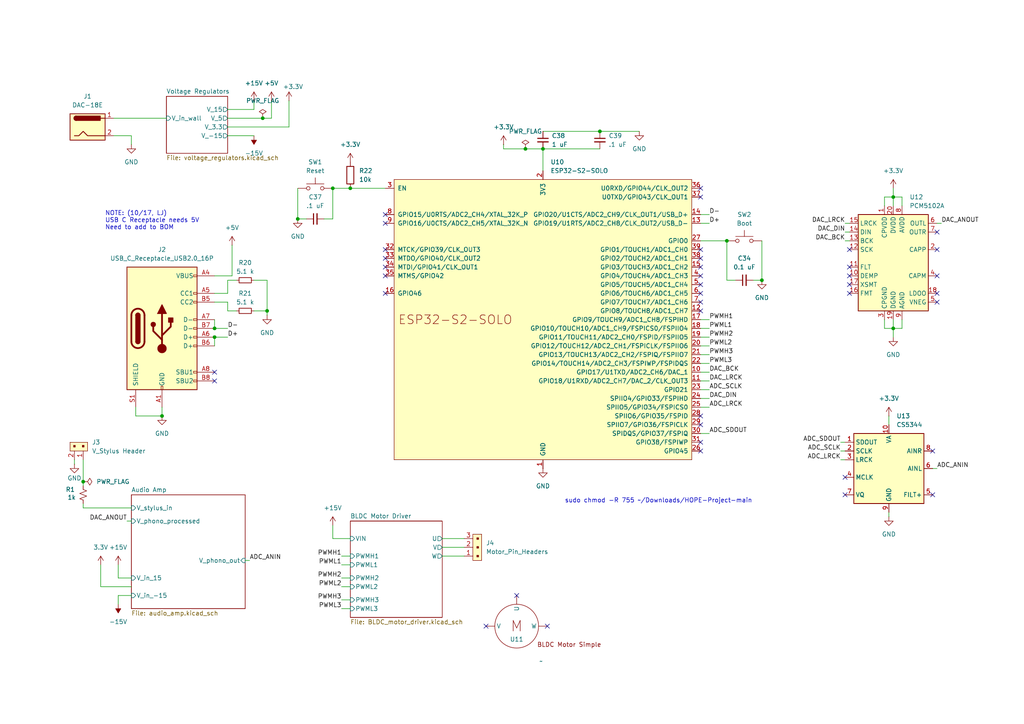
<source format=kicad_sch>
(kicad_sch (version 20231120) (generator "eeschema") (generator_version "8.0")
  (paper "A4")
  (lib_symbols
    (symbol "Audio:CS5344"
      (property "Reference" "U" (at -10.16 11.43 0))
      (property "Value" "CS5344" (at 6.35 11.43 0))
      (symbol "CS5344_0_1"
        (rectangle (start -10.16 10.16) (end 10.16 -10.16) (stroke (width 0.254)) (fill (type background)))
      )
      (symbol "CS5344_1_1"
        (pin output line (at -12.7 7.62 0) (length 2.54) (name "SDOUT") (number "1"))
        (pin power_in line (at 0 12.7 270) (length 2.54) (name "VA") (number "10"))
        (pin bidirectional line (at -12.7 5.08 0) (length 2.54) (name "SCLK") (number "2"))
        (pin bidirectional line (at -12.7 2.54 0) (length 2.54) (name "LRCK") (number "3"))
        (pin input line (at -12.7 -2.54 0) (length 2.54) (name "MCLK") (number "4"))
        (pin output line (at 12.7 -7.62 180) (length 2.54) (name "FILT+") (number "5"))
        (pin input line (at 12.7 0 180) (length 2.54) (name "AINL") (number "6"))
        (pin output line (at -12.7 -7.62 0) (length 2.54) (name "VQ") (number "7"))
        (pin input line (at 12.7 5.08 180) (length 2.54) (name "AINR") (number "8"))
        (pin power_in line (at 0 -12.7 90) (length 2.54) (name "GND") (number "9"))
      )
    )
    (symbol "Audio:PCM5102A"
      (property "Reference" "U" (at -10.16 13.97 0))
      (property "Value" "PCM5102A" (at 3.81 13.97 0))
      (symbol "PCM5102A_0_1"
        (rectangle (start -10.16 12.7) (end 10.16 -15.24) (stroke (width 0.254)) (fill (type background)))
      )
      (symbol "PCM5102A_1_1"
        (pin passive line (at -2.54 15.24 270) (length 2.54) (name "CPVDD") (number "1"))
        (pin input line (at -12.7 -5.08 0) (length 2.54) (name "DEMP") (number "10"))
        (pin input line (at -12.7 -2.54 0) (length 2.54) (name "FLT") (number "11"))
        (pin input line (at -12.7 2.54 0) (length 2.54) (name "SCK") (number "12"))
        (pin input line (at -12.7 5.08 0) (length 2.54) (name "BCK") (number "13"))
        (pin input line (at -12.7 7.62 0) (length 2.54) (name "DIN") (number "14"))
        (pin input line (at -12.7 10.16 0) (length 2.54) (name "LRCK") (number "15"))
        (pin input line (at -12.7 -10.16 0) (length 2.54) (name "FMT") (number "16"))
        (pin input line (at -12.7 -7.62 0) (length 2.54) (name "XSMT") (number "17"))
        (pin passive line (at 12.7 -10.16 180) (length 2.54) (name "LDOO") (number "18"))
        (pin power_in line (at 0 -17.78 90) (length 2.54) (name "DGND") (number "19"))
        (pin passive line (at 12.7 2.54 180) (length 2.54) (name "CAPP") (number "2"))
        (pin power_in line (at 0 15.24 270) (length 2.54) (name "DVDD") (number "20"))
        (pin power_in line (at -2.54 -17.78 90) (length 2.54) (name "CPGND") (number "3"))
        (pin passive line (at 12.7 -5.08 180) (length 2.54) (name "CAPM") (number "4"))
        (pin passive line (at 12.7 -12.7 180) (length 2.54) (name "VNEG") (number "5"))
        (pin output line (at 12.7 10.16 180) (length 2.54) (name "OUTL") (number "6"))
        (pin output line (at 12.7 7.62 180) (length 2.54) (name "OUTR") (number "7"))
        (pin power_in line (at 2.54 15.24 270) (length 2.54) (name "AVDD") (number "8"))
        (pin power_in line (at 2.54 -17.78 90) (length 2.54) (name "AGND") (number "9"))
      )
    )
    (symbol "Connector:USB_C_Receptacle_USB2.0_16P" (pin_names (offset 1.016))
      (property "Reference" "J" (at 0 22.225 0))
      (property "Value" "USB_C_Receptacle_USB2.0_16P" (at 0 19.685 0))
      (symbol "USB_C_Receptacle_USB2.0_16P_0_0"
        (rectangle (start -0.254 -17.78) (end 0.254 -16.764))
        (rectangle (start 10.16 -14.986) (end 9.144 -15.494))
        (rectangle (start 10.16 -12.446) (end 9.144 -12.954))
        (rectangle (start 10.16 -4.826) (end 9.144 -5.334))
        (rectangle (start 10.16 -2.286) (end 9.144 -2.794))
        (rectangle (start 10.16 0.254) (end 9.144 -0.254))
        (rectangle (start 10.16 2.794) (end 9.144 2.286))
        (rectangle (start 10.16 7.874) (end 9.144 7.366))
        (rectangle (start 10.16 10.414) (end 9.144 9.906))
        (rectangle (start 10.16 15.494) (end 9.144 14.986))
      )
      (symbol "USB_C_Receptacle_USB2.0_16P_0_1"
        (rectangle (start -10.16 17.78) (end 10.16 -17.78) (stroke (width 0.254)) (fill (type background)))
        (arc (start -8.89 -3.81) (mid -6.985 -5.7067) (end -5.08 -3.81) (stroke (width 0.508)))
        (arc (start -7.62 -3.81) (mid -6.985 -4.4423) (end -6.35 -3.81) (stroke (width 0.254)))
        (arc (start -7.62 -3.81) (mid -6.985 -4.4423) (end -6.35 -3.81) (stroke (width 0.254)) (fill (type outline)))
        (rectangle (start -7.62 -3.81) (end -6.35 3.81) (stroke (width 0.254)) (fill (type outline)))
        (arc (start -6.35 3.81) (mid -6.985 4.4423) (end -7.62 3.81) (stroke (width 0.254)))
        (arc (start -6.35 3.81) (mid -6.985 4.4423) (end -7.62 3.81) (stroke (width 0.254)) (fill (type outline)))
        (arc (start -5.08 3.81) (mid -6.985 5.7067) (end -8.89 3.81) (stroke (width 0.508)))
        (circle (center -2.54 1.143) (radius 0.635) (stroke (width 0.254)) (fill (type outline)))
        (circle (center 0 -5.842) (radius 1.27) (fill (type outline)))
        (polyline (pts (xy -8.89 -3.81) (xy -8.89 3.81)) (stroke (width 0.508)))
        (polyline (pts (xy -5.08 3.81) (xy -5.08 -3.81)) (stroke (width 0.508)))
        (polyline (pts (xy 0 -5.842) (xy 0 4.318)) (stroke (width 0.508)))
        (polyline (pts (xy 0 -3.302) (xy -2.54 -0.762) (xy -2.54 0.508)) (stroke (width 0.508)))
        (polyline (pts (xy 0 -2.032) (xy 2.54 0.508) (xy 2.54 1.778)) (stroke (width 0.508)))
        (polyline (pts (xy -1.27 4.318) (xy 0 6.858) (xy 1.27 4.318) (xy -1.27 4.318)) (stroke (width 0.254)) (fill (type outline)))
        (rectangle (start 1.905 1.778) (end 3.175 3.048) (stroke (width 0.254)) (fill (type outline)))
      )
      (symbol "USB_C_Receptacle_USB2.0_16P_1_1"
        (pin passive line (at 0 -22.86 90) (length 5.08) (name "GND") (number "A1"))
        (pin passive line (at 0 -22.86 90) (length 5.08) hide (name "GND") (number "A12"))
        (pin passive line (at 15.24 15.24 180) (length 5.08) (name "VBUS") (number "A4"))
        (pin bidirectional line (at 15.24 10.16 180) (length 5.08) (name "CC1") (number "A5"))
        (pin bidirectional line (at 15.24 -2.54 180) (length 5.08) (name "D+") (number "A6"))
        (pin bidirectional line (at 15.24 2.54 180) (length 5.08) (name "D-") (number "A7"))
        (pin bidirectional line (at 15.24 -12.7 180) (length 5.08) (name "SBU1") (number "A8"))
        (pin passive line (at 15.24 15.24 180) (length 5.08) hide (name "VBUS") (number "A9"))
        (pin passive line (at 0 -22.86 90) (length 5.08) hide (name "GND") (number "B1"))
        (pin passive line (at 0 -22.86 90) (length 5.08) hide (name "GND") (number "B12"))
        (pin passive line (at 15.24 15.24 180) (length 5.08) hide (name "VBUS") (number "B4"))
        (pin bidirectional line (at 15.24 7.62 180) (length 5.08) (name "CC2") (number "B5"))
        (pin bidirectional line (at 15.24 -5.08 180) (length 5.08) (name "D+") (number "B6"))
        (pin bidirectional line (at 15.24 0 180) (length 5.08) (name "D-") (number "B7"))
        (pin bidirectional line (at 15.24 -15.24 180) (length 5.08) (name "SBU2") (number "B8"))
        (pin passive line (at 15.24 15.24 180) (length 5.08) hide (name "VBUS") (number "B9"))
        (pin passive line (at -7.62 -22.86 90) (length 5.08) (name "SHIELD") (number "S1"))
      )
    )
    (symbol "Device:C_Small" (pin_numbers hide) (pin_names (offset 0.254) hide)
      (property "Reference" "C" (at 0.254 1.778 0))
      (property "Value" "C_Small" (at 0.254 -2.032 0))
      (symbol "C_Small_0_1"
        (polyline (pts (xy -1.524 -0.508) (xy 1.524 -0.508)) (stroke (width 0.3302)))
        (polyline (pts (xy -1.524 0.508) (xy 1.524 0.508)) (stroke (width 0.3048)))
      )
      (symbol "C_Small_1_1"
        (pin passive line (at 0 2.54 270) (length 2.032) (name "~") (number "1"))
        (pin passive line (at 0 -2.54 90) (length 2.032) (name "~") (number "2"))
      )
    )
    (symbol "Device:R" (pin_numbers hide) (pin_names (offset 0))
      (property "Reference" "R" (at 2.032 0 90))
      (property "Value" "R" (at 0 0 90))
      (symbol "R_0_1"
        (rectangle (start -1.016 -2.54) (end 1.016 2.54) (stroke (width 0.254)))
      )
      (symbol "R_1_1"
        (pin passive line (at 0 3.81 270) (length 1.27) (name "~") (number "1"))
        (pin passive line (at 0 -3.81 90) (length 1.27) (name "~") (number "2"))
      )
    )
    (symbol "Device:R_Small" (pin_numbers hide) (pin_names (offset 0.254) hide)
      (property "Reference" "R" (at 0.762 0.508 0))
      (property "Value" "R_Small" (at 0.762 -1.016 0))
      (symbol "R_Small_0_1"
        (rectangle (start -0.762 1.778) (end 0.762 -1.778) (stroke (width 0.2032)))
      )
      (symbol "R_Small_1_1"
        (pin passive line (at 0 2.54 270) (length 0.762) (name "~") (number "1"))
        (pin passive line (at 0 -2.54 90) (length 0.762) (name "~") (number "2"))
      )
    )
    (symbol "Device:R_Small_US" (pin_numbers hide) (pin_names (offset 0.254) hide)
      (property "Reference" "R" (at 0.762 0.508 0))
      (property "Value" "R_Small_US" (at 0.762 -1.016 0))
      (symbol "R_Small_US_1_1"
        (polyline (pts (xy 0 0) (xy 1.016 -0.381) (xy 0 -0.762) (xy -1.016 -1.143) (xy 0 -1.524)))
        (polyline (pts (xy 0 1.524) (xy 1.016 1.143) (xy 0 0.762) (xy -1.016 0.381) (xy 0 0)))
        (pin passive line (at 0 2.54 270) (length 1.016) (name "~") (number "1"))
        (pin passive line (at 0 -2.54 90) (length 1.016) (name "~") (number "2"))
      )
    )
    (symbol "PCM_Espressif:ESP32-S2-SOLO" (pin_names (offset 1.016))
      (property "Reference" "U" (at -43.18 45.72 0))
      (property "Value" "ESP32-S2-SOLO" (at -43.18 43.18 0))
      (symbol "ESP32-S2-SOLO_0_1"
        (rectangle (start -43.18 40.64) (end 43.18 -40.64) (fill (type background)))
      )
      (symbol "ESP32-S2-SOLO_1_1"
        (text "ESP32-S2-SOLO" (at -25.4 0 0) (effects (font (size 2.54 2.54))))
        (pin power_in line (at 0 -43.18 90) (length 2.54) (name "GND") (number "1"))
        (pin bidirectional line (at 45.72 -15.24 180) (length 2.54) (name "GPIO17/U1TXD/ADC2_CH6/DAC_1") (number "10"))
        (pin bidirectional line (at 45.72 -17.78 180) (length 2.54) (name "GPIO18/U1RXD/ADC2_CH7/DAC_2/CLK_OUT3") (number "11"))
        (pin bidirectional line (at 45.72 2.54 180) (length 2.54) (name "GPIO8/TOUCH8/ADC1_CH7") (number "12"))
        (pin bidirectional line (at 45.72 27.94 180) (length 2.54) (name "GPIO19/U1RTS/ADC2_CH8/CLK_OUT2/USB_D-") (number "13"))
        (pin bidirectional line (at 45.72 30.48 180) (length 2.54) (name "GPIO20/U1CTS/ADC2_CH9/CLK_OUT1/USB_D+") (number "14"))
        (pin bidirectional line (at 45.72 15.24 180) (length 2.54) (name "GPIO3/TOUCH3/ADC1_CH2") (number "15"))
        (pin input line (at -45.72 7.62 0) (length 2.54) (name "GPIO46") (number "16"))
        (pin bidirectional line (at 45.72 0 180) (length 2.54) (name "GPIO9/TOUCH9/ADC1_CH8/FSPIHD") (number "17"))
        (pin bidirectional line (at 45.72 -2.54 180) (length 2.54) (name "GPIO10/TOUCH10/ADC1_CH9/FSPICS0/FSPIIO4") (number "18"))
        (pin bidirectional line (at 45.72 -5.08 180) (length 2.54) (name "GPIO11/TOUCH11/ADC2_CH0/FSPID/FSPIIO5") (number "19"))
        (pin power_in line (at 0 43.18 270) (length 2.54) (name "3V3") (number "2"))
        (pin bidirectional line (at 45.72 -7.62 180) (length 2.54) (name "GPIO12/TOUCH12/ADC2_CH1/FSPICLK/FSPIIO6") (number "20"))
        (pin bidirectional line (at 45.72 -10.16 180) (length 2.54) (name "GPIO13/TOUCH13/ADC2_CH2/FSPIQ/FSPIIO7") (number "21"))
        (pin bidirectional line (at 45.72 -12.7 180) (length 2.54) (name "GPIO14/TOUCH14/ADC2_CH3/FSPIWP/FSPIDQS") (number "22"))
        (pin bidirectional line (at 45.72 -20.32 180) (length 2.54) (name "GPIO21") (number "23"))
        (pin bidirectional line (at 45.72 -22.86 180) (length 2.54) (name "SPIIO4/GPIO33/FSPIHD") (number "24"))
        (pin bidirectional line (at 45.72 -25.4 180) (length 2.54) (name "SPIIO5/GPIO34/FSPICS0") (number "25"))
        (pin bidirectional line (at 45.72 -38.1 180) (length 2.54) (name "GPIO45") (number "26"))
        (pin bidirectional line (at 45.72 22.86 180) (length 2.54) (name "GPIO0") (number "27"))
        (pin bidirectional line (at 45.72 -27.94 180) (length 2.54) (name "SPIIO6/GPIO35/FSPID") (number "28"))
        (pin bidirectional line (at 45.72 -30.48 180) (length 2.54) (name "SPIIO7/GPIO36/FSPICLK") (number "29"))
        (pin bidirectional line (at -45.72 38.1 0) (length 2.54) (name "EN") (number "3"))
        (pin bidirectional line (at 45.72 -33.02 180) (length 2.54) (name "SPIDQS/GPIO37/FSPIQ") (number "30"))
        (pin bidirectional line (at 45.72 -35.56 180) (length 2.54) (name "GPIO38/FSPIWP") (number "31"))
        (pin bidirectional line (at -45.72 20.32 0) (length 2.54) (name "MTCK/GPIO39/CLK_OUT3") (number "32"))
        (pin bidirectional line (at -45.72 17.78 0) (length 2.54) (name "MTDO/GPIO40/CLK_OUT2") (number "33"))
        (pin bidirectional line (at -45.72 15.24 0) (length 2.54) (name "MTDI/GPIO41/CLK_OUT1") (number "34"))
        (pin bidirectional line (at -45.72 12.7 0) (length 2.54) (name "MTMS/GPIO42") (number "35"))
        (pin bidirectional line (at 45.72 38.1 180) (length 2.54) (name "U0RXD/GPIO44/CLK_OUT2") (number "36"))
        (pin bidirectional line (at 45.72 35.56 180) (length 2.54) (name "U0TXD/GPIO43/CLK_OUT1") (number "37"))
        (pin bidirectional line (at 45.72 17.78 180) (length 2.54) (name "GPIO2/TOUCH2/ADC1_CH1") (number "38"))
        (pin bidirectional line (at 45.72 20.32 180) (length 2.54) (name "GPIO1/TOUCH1/ADC1_CH0") (number "39"))
        (pin bidirectional line (at 45.72 12.7 180) (length 2.54) (name "GPIO4/TOUCH4/ADC1_CH3") (number "4"))
        (pin passive line (at 0 -43.18 90) (length 2.54) hide (name "GND") (number "40"))
        (pin passive line (at 0 -43.18 90) (length 2.54) hide (name "GND") (number "41"))
        (pin bidirectional line (at 45.72 10.16 180) (length 2.54) (name "GPIO5/TOUCH5/ADC1_CH4") (number "5"))
        (pin bidirectional line (at 45.72 7.62 180) (length 2.54) (name "GPIO6/TOUCH6/ADC1_CH5") (number "6"))
        (pin bidirectional line (at 45.72 5.08 180) (length 2.54) (name "GPIO7/TOUCH7/ADC1_CH6") (number "7"))
        (pin bidirectional line (at -45.72 30.48 0) (length 2.54) (name "GPIO15/U0RTS/ADC2_CH4/XTAL_32K_P") (number "8"))
        (pin bidirectional line (at -45.72 27.94 0) (length 2.54) (name "GPIO16/U0CTS/ADC2_CH5/XTAL_32K_N") (number "9"))
      )
    )
    (symbol "Switch:SW_MEC_5G" (pin_numbers hide) (pin_names (offset 1.016) hide)
      (property "Reference" "SW" (at 1.27 2.54 0))
      (property "Value" "SW_MEC_5G" (at 0 -1.524 0))
      (symbol "SW_MEC_5G_0_1"
        (circle (center -2.032 0) (radius 0.508))
        (polyline (pts (xy 0 1.27) (xy 0 3.048)))
        (polyline (pts (xy 2.54 1.27) (xy -2.54 1.27)))
        (circle (center 2.032 0) (radius 0.508))
        (pin passive line (at -5.08 0 0) (length 2.54) (name "A") (number "1"))
        (pin passive line (at 5.08 0 180) (length 2.54) (name "B") (number "3"))
      )
      (symbol "SW_MEC_5G_1_1"
        (pin passive line (at -5.08 0 0) (length 2.54) hide (name "A") (number "2"))
        (pin passive line (at 5.08 0 180) (length 2.54) hide (name "B") (number "4"))
      )
    )
    (symbol "custom_symbols:BLDC_MOTOR_SIMPLE"
      (property "Reference" "U" (at 0 -3.302 0))
      (symbol "BLDC_MOTOR_SIMPLE_0_1"
        (circle (center 0 0) (radius 6.35))
      )
      (symbol "BLDC_MOTOR_SIMPLE_1_1"
        (text "BLDC Motor Simple\n" (at 15.24 -5.334 0) (effects (font (size 1.27 1.27))))
        (text "M" (at 0 0 0) (effects (font (size 3.048 3.048))))
        (pin input line (at 0 8.89 270) (length 2.54) (name "U") (number ""))
        (pin input line (at -8.89 0 0) (length 2.54) (name "V") (number ""))
        (pin input line (at 8.89 0 180) (length 2.54) (name "W") (number ""))
      )
    )
    (symbol "custom_symbols:jmills_Barrel_Jack" (pin_names (offset 1.016))
      (property "Reference" "J" (at 0 5.334 0))
      (property "Value" "Barrel_Jack" (at 0 -5.08 0))
      (symbol "jmills_Barrel_Jack_0_1"
        (rectangle (start -5.08 3.81) (end 5.08 -3.81) (stroke (width 0.254)) (fill (type background)))
        (arc (start -3.302 3.175) (mid -3.9343 2.54) (end -3.302 1.905) (stroke (width 0.254)))
        (arc (start -3.302 3.175) (mid -3.9343 2.54) (end -3.302 1.905) (stroke (width 0.254)) (fill (type outline)))
        (polyline (pts (xy 5.08 2.54) (xy 3.81 2.54)) (stroke (width 0.254)))
        (polyline (pts (xy -3.81 -2.54) (xy -2.54 -2.54) (xy -1.27 -1.27) (xy 0 -2.54) (xy 2.54 -2.54) (xy 5.08 -2.54)) (stroke (width 0.254)))
        (rectangle (start 3.683 3.175) (end -3.302 1.905) (stroke (width 0.254)) (fill (type outline)))
      )
      (symbol "jmills_Barrel_Jack_1_1"
        (pin power_out line (at 7.62 2.54 180) (length 2.54) (name "~") (number "1"))
        (pin power_out line (at 7.62 -2.54 180) (length 2.54) (name "~") (number "2"))
      )
    )
    (symbol "dk_Rectangular-Connectors-Headers-Male-Pins:22-23-2021" (pin_names (offset 1.016))
      (property "Reference" "J" (at -2.54 1.27 0))
      (property "Value" "22-23-2021" (at 1.27 -3.81 0))
      (symbol "22-23-2021_1_1"
        (rectangle (start -1.27 0) (end 3.81 -2.54) (fill (type background)))
        (rectangle (start -0.254 -1.143) (end 0.254 -1.651) (fill (type outline)))
        (rectangle (start 2.286 -1.143) (end 2.794 -1.651) (fill (type outline)))
        (pin passive line (at 0 2.54 270) (length 2.54) (name "~") (number "1"))
        (pin passive line (at 2.54 2.54 270) (length 2.54) (name "~") (number "2"))
      )
    )
    (symbol "dk_Rectangular-Connectors-Headers-Male-Pins:640456-3" (pin_names (offset 1.016))
      (property "Reference" "J" (at -2.54 1.27 0))
      (property "Value" "640456-3" (at 2.54 -3.81 0))
      (symbol "640456-3_1_1"
        (rectangle (start -1.27 0) (end 6.35 -2.54) (fill (type background)))
        (rectangle (start -0.254 -1.143) (end 0.254 -1.651) (fill (type outline)))
        (rectangle (start 2.286 -1.143) (end 2.794 -1.651) (fill (type outline)))
        (rectangle (start 4.826 -1.143) (end 5.334 -1.651) (fill (type outline)))
        (pin passive line (at 0 2.54 270) (length 2.54) (name "~") (number "1"))
        (pin passive line (at 2.54 2.54 270) (length 2.54) (name "~") (number "2"))
        (pin passive line (at 5.08 2.54 270) (length 2.54) (name "~") (number "3"))
      )
    )
    (symbol "power:+15V" (power) (pin_numbers hide) (pin_names (offset 0) hide)
      (property "Value" "+15V" (at 0 3.556 0))
      (symbol "+15V_0_1"
        (polyline (pts (xy -0.762 1.27) (xy 0 2.54)))
        (polyline (pts (xy 0 0) (xy 0 2.54)))
        (polyline (pts (xy 0 2.54) (xy 0.762 1.27)))
      )
      (symbol "+15V_1_1"
        (pin power_in line (at 0 0 90) (length 0) (name "~") (number "1"))
      )
    )
    (symbol "power:+3.3V" (power) (pin_numbers hide) (pin_names (offset 0) hide)
      (property "Value" "+3.3V" (at 0 3.556 0))
      (symbol "+3.3V_0_1"
        (polyline (pts (xy -0.762 1.27) (xy 0 2.54)))
        (polyline (pts (xy 0 0) (xy 0 2.54)))
        (polyline (pts (xy 0 2.54) (xy 0.762 1.27)))
      )
      (symbol "+3.3V_1_1"
        (pin power_in line (at 0 0 90) (length 0) (name "~") (number "1"))
      )
    )
    (symbol "power:+5V" (power) (pin_numbers hide) (pin_names (offset 0) hide)
      (property "Value" "+5V" (at 0 3.556 0))
      (symbol "+5V_0_1"
        (polyline (pts (xy -0.762 1.27) (xy 0 2.54)))
        (polyline (pts (xy 0 0) (xy 0 2.54)))
        (polyline (pts (xy 0 2.54) (xy 0.762 1.27)))
      )
      (symbol "+5V_1_1"
        (pin power_in line (at 0 0 90) (length 0) (name "~") (number "1"))
      )
    )
    (symbol "power:-15V" (power) (pin_numbers hide) (pin_names (offset 0) hide)
      (property "Value" "-15V" (at 0 3.556 0))
      (symbol "-15V_0_0"
        (pin power_in line (at 0 0 90) (length 0) (name "~") (number "1"))
      )
      (symbol "-15V_0_1"
        (polyline (pts (xy 0 0) (xy 0 1.27) (xy 0.762 1.27) (xy 0 2.54) (xy -0.762 1.27) (xy 0 1.27)) (fill (type outline)))
      )
    )
    (symbol "power:GND" (power) (pin_numbers hide) (pin_names (offset 0) hide)
      (property "Value" "GND" (at 0 -3.81 0))
      (symbol "GND_0_1"
        (polyline (pts (xy 0 0) (xy 0 -1.27) (xy 1.27 -1.27) (xy 0 -2.54) (xy -1.27 -1.27) (xy 0 -1.27)))
      )
      (symbol "GND_1_1"
        (pin power_in line (at 0 0 270) (length 0) (name "~") (number "1"))
      )
    )
    (symbol "power:PWR_FLAG" (power) (pin_numbers hide) (pin_names (offset 0) hide)
      (property "Value" "PWR_FLAG" (at 0 3.81 0))
      (symbol "PWR_FLAG_0_0"
        (pin power_out line (at 0 0 90) (length 0) (name "~") (number "1"))
      )
      (symbol "PWR_FLAG_0_1"
        (polyline (pts (xy 0 0) (xy 0 1.27) (xy -1.016 1.905) (xy 0 2.54) (xy 1.016 1.905) (xy 0 1.27)))
      )
    )
  )
  (junction (at 101.6 54.61))
  (junction (at 220.98 81.28))
  (junction (at 173.99 38.1))
  (junction (at 96.52 54.61))
  (junction (at 259.08 95.25))
  (junction (at 76.2 34.29))
  (junction (at 46.99 120.65))
  (junction (at 62.23 95.25))
  (junction (at 259.08 57.15))
  (junction (at 77.47 90.17))
  (junction (at 152.4 43.18))
  (junction (at 210.82 69.85))
  (junction (at 62.23 97.79))
  (junction (at 24.13 139.7))
  (junction (at 157.48 43.18))
  (junction (at 86.36 63.5))
  (no_connect (at 203.2 80.01))
  (no_connect (at 246.38 82.55))
  (no_connect (at 158.75 181.61))
  (no_connect (at 203.2 85.09))
  (no_connect (at 149.86 172.72))
  (no_connect (at 271.78 85.09))
  (no_connect (at 62.23 107.95))
  (no_connect (at 111.76 80.01))
  (no_connect (at 111.76 77.47))
  (no_connect (at 203.2 120.65))
  (no_connect (at 271.78 87.63))
  (no_connect (at 245.11 138.43))
  (no_connect (at 111.76 64.77))
  (no_connect (at 271.78 80.01))
  (no_connect (at 111.76 74.93))
  (no_connect (at 203.2 54.61))
  (no_connect (at 246.38 77.47))
  (no_connect (at 246.38 85.09))
  (no_connect (at 246.38 72.39))
  (no_connect (at 271.78 67.31))
  (no_connect (at 203.2 90.17))
  (no_connect (at 203.2 57.15))
  (no_connect (at 203.2 77.47))
  (no_connect (at 203.2 87.63))
  (no_connect (at 245.11 143.51))
  (no_connect (at 111.76 72.39))
  (no_connect (at 203.2 74.93))
  (no_connect (at 203.2 123.19))
  (no_connect (at 203.2 72.39))
  (no_connect (at 111.76 85.09))
  (no_connect (at 270.51 143.51))
  (no_connect (at 203.2 130.81))
  (no_connect (at 62.23 110.49))
  (no_connect (at 203.2 128.27))
  (no_connect (at 111.76 62.23))
  (no_connect (at 203.2 82.55))
  (no_connect (at 270.51 130.81))
  (no_connect (at 140.97 181.61))
  (no_connect (at 271.78 72.39))
  (no_connect (at 246.38 80.01))
  (wire (pts (xy 33.02 34.29) (xy 48.26 34.29)))
  (wire (pts (xy 66.04 90.17) (xy 68.58 90.17)))
  (wire (pts (xy 257.81 120.65) (xy 257.81 123.19)))
  (wire (pts (xy 62.23 80.01) (xy 67.31 80.01)))
  (wire (pts (xy 66.04 85.09) (xy 66.04 81.28)))
  (wire (pts (xy 243.84 130.81) (xy 245.11 130.81)))
  (wire (pts (xy 66.04 39.37) (xy 73.66 39.37)))
  (wire (pts (xy 203.2 118.11) (xy 205.74 118.11)))
  (wire (pts (xy 259.08 57.15) (xy 261.62 57.15)))
  (wire (pts (xy 73.66 29.21) (xy 73.66 31.75)))
  (wire (pts (xy 62.23 97.79) (xy 66.04 97.79)))
  (wire (pts (xy 62.23 97.79) (xy 62.23 100.33)))
  (wire (pts (xy 271.78 64.77) (xy 273.05 64.77)))
  (wire (pts (xy 128.27 158.75) (xy 134.62 158.75)))
  (wire (pts (xy 203.2 62.23) (xy 205.74 62.23)))
  (wire (pts (xy 99.06 170.18) (xy 101.6 170.18)))
  (wire (pts (xy 203.2 64.77) (xy 205.74 64.77)))
  (wire (pts (xy 203.2 69.85) (xy 210.82 69.85)))
  (wire (pts (xy 243.84 133.35) (xy 245.11 133.35)))
  (wire (pts (xy 67.31 71.12) (xy 67.31 80.01)))
  (wire (pts (xy 39.37 118.11) (xy 39.37 120.65)))
  (wire (pts (xy 83.82 29.21) (xy 83.82 36.83)))
  (wire (pts (xy 99.06 161.29) (xy 101.6 161.29)))
  (wire (pts (xy 271.78 135.89) (xy 270.51 135.89)))
  (wire (pts (xy 62.23 87.63) (xy 66.04 87.63)))
  (wire (pts (xy 205.74 110.49) (xy 203.2 110.49)))
  (wire (pts (xy 157.48 43.18) (xy 173.99 43.18)))
  (wire (pts (xy 24.13 147.32) (xy 24.13 146.05)))
  (wire (pts (xy 93.98 63.5) (xy 96.52 63.5)))
  (wire (pts (xy 245.11 64.77) (xy 246.38 64.77)))
  (wire (pts (xy 261.62 57.15) (xy 261.62 59.69)))
  (wire (pts (xy 46.99 120.65) (xy 46.99 118.11)))
  (wire (pts (xy 213.36 81.28) (xy 210.82 81.28)))
  (wire (pts (xy 77.47 90.17) (xy 77.47 91.44)))
  (wire (pts (xy 99.06 167.64) (xy 101.6 167.64)))
  (wire (pts (xy 220.98 81.28) (xy 220.98 69.85)))
  (wire (pts (xy 38.1 39.37) (xy 38.1 41.91)))
  (wire (pts (xy 29.21 163.83) (xy 29.21 170.18)))
  (wire (pts (xy 173.99 38.1) (xy 185.42 38.1)))
  (wire (pts (xy 34.29 163.83) (xy 34.29 167.64)))
  (wire (pts (xy 62.23 95.25) (xy 66.04 95.25)))
  (wire (pts (xy 66.04 34.29) (xy 76.2 34.29)))
  (wire (pts (xy 76.2 34.29) (xy 78.74 34.29)))
  (wire (pts (xy 257.81 148.59) (xy 257.81 149.86)))
  (wire (pts (xy 24.13 133.35) (xy 24.13 139.7)))
  (wire (pts (xy 205.74 105.41) (xy 203.2 105.41)))
  (wire (pts (xy 38.1 172.72) (xy 34.29 172.72)))
  (wire (pts (xy 62.23 92.71) (xy 62.23 95.25)))
  (wire (pts (xy 73.66 81.28) (xy 77.47 81.28)))
  (wire (pts (xy 261.62 95.25) (xy 261.62 92.71)))
  (wire (pts (xy 38.1 167.64) (xy 34.29 167.64)))
  (wire (pts (xy 77.47 81.28) (xy 77.47 90.17)))
  (wire (pts (xy 152.4 43.18) (xy 157.48 43.18)))
  (wire (pts (xy 33.02 39.37) (xy 38.1 39.37)))
  (wire (pts (xy 205.74 107.95) (xy 203.2 107.95)))
  (wire (pts (xy 128.27 161.29) (xy 134.62 161.29)))
  (wire (pts (xy 77.47 90.17) (xy 73.66 90.17)))
  (wire (pts (xy 99.06 173.99) (xy 101.6 173.99)))
  (wire (pts (xy 256.54 95.25) (xy 259.08 95.25)))
  (wire (pts (xy 146.05 41.91) (xy 146.05 43.18)))
  (wire (pts (xy 259.08 95.25) (xy 259.08 92.71)))
  (wire (pts (xy 205.74 92.71) (xy 203.2 92.71)))
  (wire (pts (xy 205.74 100.33) (xy 203.2 100.33)))
  (wire (pts (xy 218.44 81.28) (xy 220.98 81.28)))
  (wire (pts (xy 99.06 176.53) (xy 101.6 176.53)))
  (wire (pts (xy 101.6 54.61) (xy 111.76 54.61)))
  (wire (pts (xy 259.08 57.15) (xy 259.08 59.69)))
  (wire (pts (xy 34.29 172.72) (xy 34.29 175.26)))
  (wire (pts (xy 66.04 31.75) (xy 73.66 31.75)))
  (wire (pts (xy 36.83 151.13) (xy 38.1 151.13)))
  (wire (pts (xy 256.54 92.71) (xy 256.54 95.25)))
  (wire (pts (xy 205.74 95.25) (xy 203.2 95.25)))
  (wire (pts (xy 86.36 63.5) (xy 88.9 63.5)))
  (wire (pts (xy 256.54 57.15) (xy 259.08 57.15)))
  (wire (pts (xy 259.08 95.25) (xy 259.08 97.79)))
  (wire (pts (xy 157.48 38.1) (xy 173.99 38.1)))
  (wire (pts (xy 259.08 95.25) (xy 261.62 95.25)))
  (wire (pts (xy 245.11 69.85) (xy 246.38 69.85)))
  (wire (pts (xy 259.08 54.61) (xy 259.08 57.15)))
  (wire (pts (xy 205.74 97.79) (xy 203.2 97.79)))
  (wire (pts (xy 66.04 87.63) (xy 66.04 90.17)))
  (wire (pts (xy 205.74 102.87) (xy 203.2 102.87)))
  (wire (pts (xy 86.36 54.61) (xy 86.36 63.5)))
  (wire (pts (xy 101.6 156.21) (xy 96.52 156.21)))
  (wire (pts (xy 96.52 63.5) (xy 96.52 54.61)))
  (wire (pts (xy 21.59 133.35) (xy 21.59 134.62)))
  (wire (pts (xy 72.39 162.56) (xy 71.12 162.56)))
  (wire (pts (xy 205.74 115.57) (xy 203.2 115.57)))
  (wire (pts (xy 205.74 125.73) (xy 203.2 125.73)))
  (wire (pts (xy 245.11 67.31) (xy 246.38 67.31)))
  (wire (pts (xy 96.52 54.61) (xy 101.6 54.61)))
  (wire (pts (xy 128.27 156.21) (xy 134.62 156.21)))
  (wire (pts (xy 39.37 120.65) (xy 46.99 120.65)))
  (wire (pts (xy 256.54 59.69) (xy 256.54 57.15)))
  (wire (pts (xy 99.06 163.83) (xy 101.6 163.83)))
  (wire (pts (xy 24.13 139.7) (xy 24.13 140.97)))
  (wire (pts (xy 66.04 81.28) (xy 68.58 81.28)))
  (wire (pts (xy 157.48 43.18) (xy 157.48 49.53)))
  (wire (pts (xy 66.04 36.83) (xy 83.82 36.83)))
  (wire (pts (xy 210.82 81.28) (xy 210.82 69.85)))
  (wire (pts (xy 24.13 147.32) (xy 38.1 147.32)))
  (wire (pts (xy 78.74 29.21) (xy 78.74 34.29)))
  (wire (pts (xy 146.05 43.18) (xy 152.4 43.18)))
  (wire (pts (xy 243.84 128.27) (xy 245.11 128.27)))
  (wire (pts (xy 62.23 85.09) (xy 66.04 85.09)))
  (wire (pts (xy 205.74 113.03) (xy 203.2 113.03)))
  (wire (pts (xy 38.1 170.18) (xy 29.21 170.18)))
  (wire (pts (xy 96.52 152.4) (xy 96.52 156.21)))
  (text "NOTE: (10/17, LJ)\nUSB C Receptacle needs 5V\nNeed to add to BOM\n" (at 30.48 64.008 0) (effects (font (size 1.27 1.27)) (justify left)))
  (text "sudo chmod -R 755 ~/Downloads/HOPE-Project-main" (at 191.008 145.288 0) (effects (font (size 1.27 1.27))))
  (label "DAC_BCK" (at 205.74 107.95 0))
  (label "PWML3" (at 99.06 176.53 180))
  (label "D+" (at 205.74 64.77 0))
  (label "ADC_ANIN" (at 72.39 162.56 0))
  (label "PWMH1" (at 205.74 92.71 0))
  (label "DAC_DIN" (at 205.74 115.57 0))
  (label "ADC_SDOUT" (at 205.74 125.73 0))
  (label "PWML1" (at 99.06 163.83 180))
  (label "PWMH2" (at 205.74 97.79 0))
  (label "DAC_DIN" (at 245.11 67.31 180))
  (label "ADC_SCLK" (at 205.74 113.03 0))
  (label "DAC_LRCK" (at 205.74 110.49 0))
  (label "PWMH2" (at 99.06 167.64 180))
  (label "PWMH1" (at 99.06 161.29 180))
  (label "PWML2" (at 99.06 170.18 180))
  (label "ADC_LRCK" (at 205.74 118.11 0))
  (label "PWML3" (at 205.74 105.41 0))
  (label "PWMH3" (at 99.06 173.99 180))
  (label "ADC_ANIN" (at 271.78 135.89 0))
  (label "PWML2" (at 205.74 100.33 0))
  (label "DAC_BCK" (at 245.11 69.85 180))
  (label "PWML1" (at 205.74 95.25 0))
  (label "PWMH3" (at 205.74 102.87 0))
  (label "DAC_ANOUT" (at 36.83 151.13 180))
  (label "D+" (at 66.04 97.79 0))
  (label "ADC_SCLK" (at 243.84 130.81 180))
  (label "DAC_ANOUT" (at 273.05 64.77 0))
  (label "DAC_LRCK" (at 245.11 64.77 180))
  (label "D-" (at 66.04 95.25 0))
  (label "D-" (at 205.74 62.23 0))
  (label "ADC_LRCK" (at 243.84 133.35 180))
  (label "ADC_SDOUT" (at 243.84 128.27 180))
  (symbol (lib_id "power:+3.3V") (at 101.6 46.99 0) (unit 1)
    (property "Reference" "#PWR023" (effects (hide yes)))
    (property "Value" "+3.3V" (at 101.6 41.91 0))
    (property "Description" "Power symbol creates a global label with name \"+3.3V\"" (effects (hide yes)))
  )
  (symbol (lib_id "power:GND") (at 220.98 81.28 0) (unit 1)
    (property "Reference" "#PWR021" (effects (hide yes)))
    (property "Value" "GND" (at 220.98 86.36 0))
    (property "Description" "Power symbol creates a global label with name \"GND\" , ground" (effects (hide yes)))
  )
  (symbol (lib_id "Switch:SW_MEC_5G") (at 215.9 69.85 0) (unit 1)
    (property "Reference" "SW2" (at 215.9 62.23 0))
    (property "Value" "Boot" (at 215.9 64.77 0))
    (property "Footprint" "Button_Switch_THT:SW_PUSH-12mm" (effects (hide yes)))
    (property "Datasheet" "http://www.apem.com/int/index.php?controller=attachment&id_attachment=488" (effects (hide yes)))
    (property "Description" "MEC 5G single pole normally-open tactile switch" (effects (hide yes)))
  )
  (symbol (lib_id "power:-15V") (at 73.66 39.37 180) (unit 1)
    (property "Reference" "#PWR03" (effects (hide yes)))
    (property "Value" "-15V" (at 73.66 44.45 0))
    (property "Description" "Power symbol creates a global label with name \"-15V\"" (effects (hide yes)))
  )
  (symbol (lib_id "power:PWR_FLAG") (at 24.13 139.7 270) (unit 1)
    (property "Reference" "#FLG01" (effects (hide yes)))
    (property "Value" "PWR_FLAG" (at 27.94 139.6999 90) (effects (justify left)))
    (property "Description" "Special symbol for telling ERC where power comes from" (effects (hide yes)))
  )
  (symbol (lib_id "power:GND") (at 157.48 135.89 0) (unit 1)
    (property "Reference" "#PWR018" (effects (hide yes)))
    (property "Value" "GND" (at 157.48 140.97 0))
    (property "Description" "Power symbol creates a global label with name \"GND\" , ground" (effects (hide yes)))
  )
  (symbol (lib_id "PCM_Espressif:ESP32-S2-SOLO") (at 157.48 92.71 0) (unit 1)
    (property "Reference" "U10" (at 159.6741 46.99 0) (effects (justify left)))
    (property "Value" "ESP32-S2-SOLO" (at 159.6741 49.53 0) (effects (justify left)))
    (property "Footprint" "Custom_Footprints:ESP32-S2-SOLO-2U_EXP" (effects (hide yes)))
    (property "Datasheet" "https://www.espressif.com/sites/default/files/documentation/esp32-s2-solo_esp32-s2-solo-u_datasheet_en.pdf" (effects (hide yes)))
    (property "Description" "ESP32-S2-SOLO and ESP32-S2-SOLO-U are two powerful, generic Wi-Fi MCU modules that have a rich set of peripherals." (effects (hide yes)))
  )
  (symbol (lib_id "Device:C_Small") (at 157.48 40.64 0) (unit 1)
    (property "Reference" "C38" (at 160.02 39.3762 0) (effects (justify left)))
    (property "Value" "1 uF" (at 160.02 41.9162 0) (effects (justify left)))
    (property "Footprint" "Capacitor_SMD:C_0805_2012Metric" (effects (hide yes)))
    (property "Description" "Unpolarized capacitor, small symbol" (effects (hide yes)))
  )
  (symbol (lib_id "Switch:SW_MEC_5G") (at 91.44 54.61 0) (unit 1)
    (property "Reference" "SW1" (at 91.44 46.99 0))
    (property "Value" "Reset" (at 91.44 49.53 0))
    (property "Footprint" "Button_Switch_THT:SW_PUSH-12mm" (effects (hide yes)))
    (property "Datasheet" "http://www.apem.com/int/index.php?controller=attachment&id_attachment=488" (effects (hide yes)))
    (property "Description" "MEC 5G single pole normally-open tactile switch" (effects (hide yes)))
  )
  (symbol (lib_id "custom_symbols:jmills_Barrel_Jack") (at 25.4 36.83 0) (unit 1)
    (property "Reference" "J1" (at 25.4 27.94 0))
    (property "Value" "DAC-18E" (at 25.4 30.48 0))
    (property "Footprint" "Custom_Footprints:PJ_002B" (effects (hide yes)))
    (property "Description" "AC Barrel Jack" (effects (hide yes)))
  )
  (symbol (lib_id "power:GND") (at 21.59 134.62 0) (unit 1)
    (property "Reference" "#PWR09" (effects (hide yes)))
    (property "Value" "GND" (at 21.59 138.684 0))
    (property "Description" "Power symbol creates a global label with name \"GND\" , ground" (effects (hide yes)))
  )
  (symbol (lib_id "power:+15V") (at 29.21 163.83 0) (unit 1)
    (property "Reference" "#PWR015" (effects (hide yes)))
    (property "Value" "3.3V" (at 29.21 158.75 0))
    (property "Description" "Power symbol creates a global label with name \"+15V\"" (effects (hide yes)))
  )
  (symbol (lib_id "power:-15V") (at 34.29 175.26 180) (unit 1)
    (property "Reference" "#PWR06" (effects (hide yes)))
    (property "Value" "-15V" (at 34.29 180.34 0))
    (property "Description" "Power symbol creates a global label with name \"-15V\"" (effects (hide yes)))
  )
  (symbol (lib_id "power:+15V") (at 73.66 29.21 0) (unit 1)
    (property "Reference" "#PWR02" (effects (hide yes)))
    (property "Value" "+15V" (at 73.66 24.13 0))
    (property "Description" "Power symbol creates a global label with name \"+15V\"" (effects (hide yes)))
  )
  (symbol (lib_id "power:+15V") (at 78.74 29.21 0) (unit 1)
    (property "Reference" "#PWR08" (effects (hide yes)))
    (property "Value" "+5V" (at 78.74 24.13 0))
    (property "Description" "Power symbol creates a global label with name \"5V\"" (effects (hide yes)))
  )
  (symbol (lib_id "Audio:CS5344") (at 257.81 135.89 0) (unit 1)
    (property "Reference" "U13" (at 260.0041 120.65 0) (effects (justify left)))
    (property "Value" "CS5344" (at 260.0041 123.19 0) (effects (justify left)))
    (property "Footprint" "Package_SO:TSSOP-10_3x3mm_P0.5mm" (effects (hide yes)))
    (property "Datasheet" "https://statics.cirrus.com/pubs/proDatasheet/CS5343-44_F5.pdf" (effects (hide yes)))
    (property "Description" "98 dB, 96 kHz, 24bit Stereo Audio A/D Converter, Left-Justified Audio Format, TSSOP-10" (effects (hide yes)))
  )
  (symbol (lib_id "power:GND") (at 259.08 97.79 0) (unit 1)
    (property "Reference" "#PWR049" (effects (hide yes)))
    (property "Value" "GND" (at 259.08 102.87 0))
    (property "Description" "Power symbol creates a global label with name \"GND\" , ground" (effects (hide yes)))
  )
  (symbol (lib_id "power:GND") (at 77.47 91.44 0) (unit 1)
    (property "Reference" "#PWR048" (effects (hide yes)))
    (property "Value" "GND" (at 77.47 96.52 0))
    (property "Description" "Power symbol creates a global label with name \"GND\" , ground" (effects (hide yes)))
  )
  (symbol (lib_id "custom_symbols:BLDC_MOTOR_SIMPLE") (at 149.86 181.61 0) (unit 1)
    (property "Reference" "U11" (at 149.86 185.42 0))
    (property "Value" "~" (at 156.9398 191.77 0))
  )
  (symbol (lib_id "Device:C_Small") (at 91.44 63.5 90) (unit 1)
    (property "Reference" "C37" (at 91.4463 57.15 90))
    (property "Value" ".1 uF" (at 91.4463 59.69 90))
    (property "Footprint" "Capacitor_SMD:C_0805_2012Metric" (effects (hide yes)))
    (property "Description" "Unpolarized capacitor, small symbol" (effects (hide yes)))
  )
  (symbol (lib_id "dk_Rectangular-Connectors-Headers-Male-Pins:640456-3") (at 137.16 161.29 90) (unit 1)
    (property "Reference" "J4" (at 140.97 157.4799 90) (effects (justify right)))
    (property "Value" "Motor_Pin_Headers" (at 140.97 160.0199 90) (effects (justify right)))
    (property "Footprint" "digikey-footprints:PinHeader_1x3_P2.54_Drill1.1mm" (effects (hide yes)))
    (property "Datasheet" "https://www.te.com/commerce/DocumentDelivery/DDEController?Action=srchrtrv&DocNm=640456&DocType=Customer+Drawing&DocLang=English" (effects (hide yes)))
    (property "Description" "CONN HEADER VERT 3POS 2.54MM" (effects (hide yes)))
    (property "Digi-Key_PN" "A19470-ND" (effects (hide yes)))
    (property "MPN" "640456-3" (effects (hide yes)))
    (property "Category" "Connectors, Interconnects" (effects (hide yes)))
    (property "Family" "Rectangular Connectors - Headers, Male Pins" (effects (hide yes)))
    (property "DK_Datasheet_Link" "https://www.te.com/commerce/DocumentDelivery/DDEController?Action=srchrtrv&DocNm=640456&DocType=Customer+Drawing&DocLang=English" (effects (hide yes)))
    (property "DK_Detail_Page" "/product-detail/en/te-connectivity-amp-connectors/640456-3/A19470-ND/259010" (effects (hide yes)))
    (property "Description_1" "CONN HEADER VERT 3POS 2.54MM" (effects (hide yes)))
    (property "Manufacturer" "TE Connectivity AMP Connectors" (effects (hide yes)))
    (property "Status" "Active" (effects (hide yes)))
  )
  (symbol (lib_id "Device:R_Small") (at 71.12 81.28 270) (unit 1)
    (property "Reference" "R20" (at 71.12 76.2 90))
    (property "Value" "5.1 k" (at 71.12 78.74 90))
    (property "Footprint" "Resistor_SMD:R_0805_2012Metric" (effects (hide yes)))
    (property "Description" "Resistor, small symbol" (effects (hide yes)))
  )
  (symbol (lib_id "power:+3.3V") (at 259.08 54.61 0) (unit 1)
    (property "Reference" "#PWR061" (effects (hide yes)))
    (property "Value" "+3.3V" (at 259.08 49.53 0))
    (property "Description" "Power symbol creates a global label with name \"+3.3V\"" (effects (hide yes)))
  )
  (symbol (lib_id "Device:R_Small_US") (at 24.13 143.51 0) (unit 1)
    (property "Reference" "R1" (at 19.05 141.986 0) (effects (justify left)))
    (property "Value" "1k" (at 19.558 144.272 0) (effects (justify left)))
    (property "Footprint" "Resistor_SMD:R_0805_2012Metric" (effects (hide yes)))
    (property "Description" "Resistor, small US symbol" (effects (hide yes)))
  )
  (symbol (lib_id "Audio:PCM5102A") (at 259.08 74.93 0) (unit 1)
    (property "Reference" "U12" (at 263.8141 57.15 0) (effects (justify left)))
    (property "Value" "PCM5102A" (at 263.8141 59.69 0) (effects (justify left)))
    (property "Footprint" "Package_SO:TSSOP-20_4.4x6.5mm_P0.65mm" (effects (hide yes)))
    (property "Datasheet" "https://www.ti.com/lit/ds/symlink/pcm5102a.pdf" (effects (hide yes)))
    (property "Description" "2.1 VRMS, 112dB Audio Stereo DAC with PLL and 32-bit, 384kHz PCM Interface, TSSOP-20" (effects (hide yes)))
  )
  (symbol (lib_id "power:PWR_FLAG") (at 152.4 43.18 0) (unit 1)
    (property "Reference" "#FLG03" (effects (hide yes)))
    (property "Value" "PWR_FLAG" (at 152.4 38.1 0))
    (property "Description" "Special symbol for telling ERC where power comes from" (effects (hide yes)))
  )
  (symbol (lib_id "power:+3.3V") (at 257.81 120.65 0) (unit 1)
    (property "Reference" "#PWR062" (effects (hide yes)))
    (property "Value" "+3.3V" (at 257.81 115.57 0))
    (property "Description" "Power symbol creates a global label with name \"+3.3V\"" (effects (hide yes)))
  )
  (symbol (lib_id "power:PWR_FLAG") (at 76.2 34.29 0) (unit 1)
    (property "Reference" "#FLG02" (effects (hide yes)))
    (property "Value" "PWR_FLAG" (at 76.2 29.21 0))
    (property "Description" "Special symbol for telling ERC where power comes from" (effects (hide yes)))
  )
  (symbol (lib_id "power:+15V") (at 96.52 152.4 0) (unit 1)
    (property "Reference" "#PWR044" (effects (hide yes)))
    (property "Value" "+15V" (at 96.52 147.32 0))
    (property "Description" "Power symbol creates a global label with name \"+15V\"" (effects (hide yes)))
  )
  (symbol (lib_id "power:+15V") (at 34.29 163.83 0) (unit 1)
    (property "Reference" "#PWR05" (effects (hide yes)))
    (property "Value" "+15V" (at 34.29 158.75 0))
    (property "Description" "Power symbol creates a global label with name \"+15V\"" (effects (hide yes)))
  )
  (symbol (lib_id "dk_Rectangular-Connectors-Headers-Male-Pins:22-23-2021") (at 24.13 130.81 180) (unit 1)
    (property "Reference" "J3" (at 26.67 128.2699 0) (effects (justify right)))
    (property "Value" "V_Stylus Header" (at 26.67 130.8099 0) (effects (justify right)))
    (property "Footprint" "digikey-footprints:PinHeader_1x2_P2.54mm_Drill1.02mm" (effects (hide yes)))
    (property "Datasheet" "https://media.digikey.com/pdf/Data%20Sheets/Molex%20PDFs/A-6373-N_Series_Dwg_2010-12-03.pdf" (effects (hide yes)))
    (property "Description" "CONN HEADER VERT 2POS 2.54MM" (effects (hide yes)))
    (property "Digi-Key_PN" "WM4200-ND" (effects (hide yes)))
    (property "MPN" "22-23-2021" (effects (hide yes)))
    (property "Category" "Connectors, Interconnects" (effects (hide yes)))
    (property "Family" "Rectangular Connectors - Headers, Male Pins" (effects (hide yes)))
    (property "DK_Datasheet_Link" "https://media.digikey.com/pdf/Data%20Sheets/Molex%20PDFs/A-6373-N_Series_Dwg_2010-12-03.pdf" (effects (hide yes)))
    (property "DK_Detail_Page" "/product-detail/en/molex/22-23-2021/WM4200-ND/26667" (effects (hide yes)))
    (property "Description_1" "CONN HEADER VERT 2POS 2.54MM" (effects (hide yes)))
    (property "Manufacturer" "Molex" (effects (hide yes)))
    (property "Status" "Active" (effects (hide yes)))
  )
  (symbol (lib_id "power:GND") (at 257.81 149.86 0) (unit 1)
    (property "Reference" "#PWR063" (effects (hide yes)))
    (property "Value" "GND" (at 257.81 154.94 0))
    (property "Description" "Power symbol creates a global label with name \"GND\" , ground" (effects (hide yes)))
  )
  (symbol (lib_id "Device:R") (at 101.6 50.8 0) (unit 1)
    (property "Reference" "R22" (at 104.14 49.5299 0) (effects (justify left)))
    (property "Value" "10k" (at 104.14 52.0699 0) (effects (justify left)))
    (property "Footprint" "Resistor_SMD:R_0805_2012Metric" (effects (hide yes)))
    (property "Description" "Resistor" (effects (hide yes)))
  )
  (symbol (lib_id "power:GND") (at 185.42 38.1 0) (unit 1)
    (property "Reference" "#PWR020" (effects (hide yes)))
    (property "Value" "GND" (at 185.42 43.18 0))
    (property "Description" "Power symbol creates a global label with name \"GND\" , ground" (effects (hide yes)))
  )
  (symbol (lib_id "power:+5V") (at 67.31 71.12 0) (unit 1)
    (property "Reference" "#PWR046" (effects (hide yes)))
    (property "Value" "+5V" (at 67.31 66.04 0))
    (property "Description" "Power symbol creates a global label with name \"+5V\"" (effects (hide yes)))
  )
  (symbol (lib_id "Connector:USB_C_Receptacle_USB2.0_16P") (at 46.99 95.25 0) (unit 1)
    (property "Reference" "J2" (at 46.99 72.39 0))
    (property "Value" "USB_C_Receptacle_USB2.0_16P" (at 46.99 74.93 0))
    (property "Footprint" "Custom_Footprints:AMPHENOL_10118193-0001LF" (effects (hide yes)))
    (property "Datasheet" "https://www.usb.org/sites/default/files/documents/usb_type-c.zip" (effects (hide yes)))
    (property "Description" "USB 2.0-only 16P Type-C Receptacle connector" (effects (hide yes)))
  )
  (symbol (lib_id "Device:C_Small") (at 173.99 40.64 0) (unit 1)
    (property "Reference" "C39" (at 176.53 39.3762 0) (effects (justify left)))
    (property "Value" ".1 uF" (at 176.53 41.9162 0) (effects (justify left)))
    (property "Footprint" "Capacitor_SMD:C_0805_2012Metric" (effects (hide yes)))
    (property "Description" "Unpolarized capacitor, small symbol" (effects (hide yes)))
  )
  (symbol (lib_id "power:GND") (at 38.1 41.91 0) (unit 1)
    (property "Reference" "#PWR01" (effects (hide yes)))
    (property "Value" "GND" (at 38.1 46.99 0))
    (property "Description" "Power symbol creates a global label with name \"GND\" , ground" (effects (hide yes)))
  )
  (symbol (lib_id "power:GND") (at 86.36 63.5 0) (unit 1)
    (property "Reference" "#PWR019" (effects (hide yes)))
    (property "Value" "GND" (at 86.36 68.58 0))
    (property "Description" "Power symbol creates a global label with name \"GND\" , ground" (effects (hide yes)))
  )
  (symbol (lib_id "Device:R_Small") (at 71.12 90.17 90) (unit 1)
    (property "Reference" "R21" (at 71.12 85.09 90))
    (property "Value" "5.1 k" (at 71.12 87.63 90))
    (property "Footprint" "Resistor_SMD:R_0805_2012Metric" (effects (hide yes)))
    (property "Description" "Resistor, small symbol" (effects (hide yes)))
  )
  (symbol (lib_id "power:GND") (at 46.99 120.65 0) (unit 1)
    (property "Reference" "#PWR024" (effects (hide yes)))
    (property "Value" "GND" (at 46.99 125.73 0))
    (property "Description" "Power symbol creates a global label with name \"GND\" , ground" (effects (hide yes)))
  )
  (symbol (lib_id "power:+3.3V") (at 146.05 41.91 0) (unit 1)
    (property "Reference" "#PWR022" (effects (hide yes)))
    (property "Value" "+3.3V" (at 146.05 36.83 0))
    (property "Description" "Power symbol creates a global label with name \"+3.3V\"" (effects (hide yes)))
  )
  (symbol (lib_id "Device:C_Small") (at 215.9 81.28 90) (unit 1)
    (property "Reference" "C34" (at 215.9063 74.93 90))
    (property "Value" "0.1 uF" (at 215.9063 77.47 90))
    (property "Footprint" "Capacitor_SMD:C_0805_2012Metric" (effects (hide yes)))
    (property "Description" "Unpolarized capacitor, small symbol" (effects (hide yes)))
  )
  (symbol (lib_id "power:+15V") (at 83.82 29.21 0) (unit 1)
    (property "Reference" "#PWR04" (effects (hide yes)))
    (property "Value" "+3.3V" (at 82.042 25.146 0) (effects (justify left)))
    (property "Description" "Power symbol creates a global label with name \"3.3V\"" (effects (hide yes)))
  )
  (sheet (at 38.1 143.51) (size 33.02 33.02) (stroke (width 0.1524))
    (property "Sheetname" "Audio Amp" (at 38.1 142.7984 0) (effects (justify left bottom)))
    (property "Sheetfile" "audio_amp.kicad_sch" (at 38.1 177.1146 0) (effects (justify left top)))
    (pin "V_phono_out" input (at 71.12 162.56 0))
    (pin "V_stylus_in" input (at 38.1 147.32 180))
    (pin "V_in_15" input (at 38.1 167.64 180))
    (pin "V_in_-15" input (at 38.1 172.72 180))
    (pin "V_phono_processed" input (at 38.1 151.13 180))
  )
  (sheet (at 101.6 151.13) (size 26.67 27.94) (stroke (width 0.1524))
    (property "Sheetname" "BLDC Motor Driver" (at 101.6 150.4184 0) (effects (justify left bottom)))
    (property "Sheetfile" "BLDC_motor_driver.kicad_sch" (at 101.6 179.6546 0) (effects (justify left top)))
    (pin "PWMH2" input (at 101.6 167.64 180))
    (pin "PWMH1" input (at 101.6 161.29 180))
    (pin "PWML1" input (at 101.6 163.83 180))
    (pin "VIN" input (at 101.6 156.21 180))
    (pin "PWMH3" input (at 101.6 173.99 180))
    (pin "PWML3" input (at 101.6 176.53 180))
    (pin "PWML2" input (at 101.6 170.18 180))
    (pin "U" output (at 128.27 156.21 0))
    (pin "V" output (at 128.27 158.75 0))
    (pin "W" output (at 128.27 161.29 0))
  )
  (sheet (at 48.26 27.94) (size 17.78 16.51) (stroke (width 0.1524))
    (property "Sheetname" "Voltage Regulators" (at 48.26 27.2284 0) (effects (justify left bottom)))
    (property "Sheetfile" "voltage_regulators.kicad_sch" (at 48.26 45.0346 0) (effects (justify left top)))
    (pin "V_15" output (at 66.04 31.75 0))
    (pin "V_-15" output (at 66.04 39.37 0))
    (pin "V_in_wall" input (at 48.26 34.29 180))
    (pin "V_3.3" output (at 66.04 36.83 0))
    (pin "V_5" output (at 66.04 34.29 0))
  )
)
</source>
